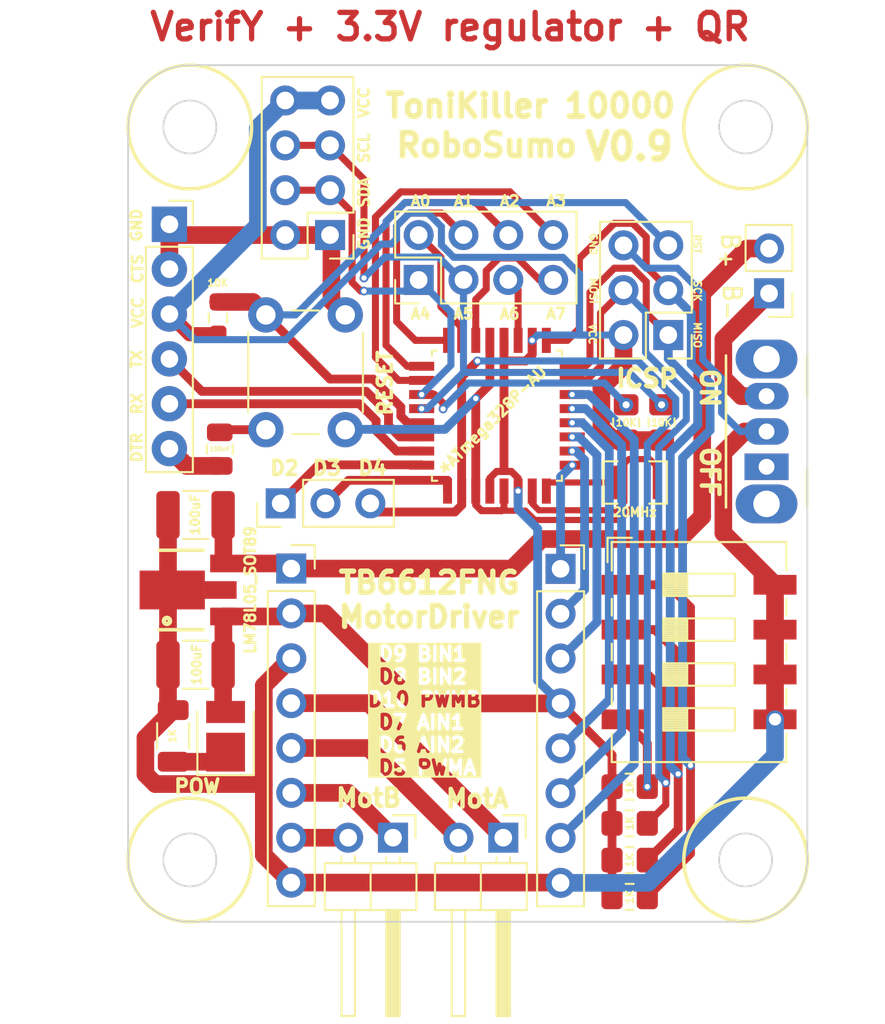
<source format=kicad_pcb>
(kicad_pcb (version 20221018) (generator pcbnew)
  (layers (0 "F.Cu" signal) (31 "B.Cu" signal) (34 "B.Paste" user) (35 "F.Paste" user) (36 "B.SilkS" user "B.Silkscreen") (37 "F.SilkS" user "F.Silkscreen") (38 "B.Mask" user) (39 "F.Mask" user) (44 "Edge.Cuts" user))
  (net 0 "")
  (net 1 "+BATT")
  (net 2 "RESET")
  (net 3 "Net-(J7-Pin_2)")
  (net 4 "Net-(J7-Pin_1)")
  (net 5 "Net-(J6-Pin_1)")
  (net 6 "Net-(J6-Pin_2)")
  (net 7 "Net-(D1-K)")
  (net 8 "D12{slash}MISO")
  (net 9 "Net-(U1-XTAL1{slash}PB6)")
  (net 10 "Net-(U1-XTAL2{slash}PB7)")
  (net 11 "D13{slash}SCK")
  (net 12 "A6")
  (net 13 "A7")
  (net 14 "D11{slash}MOSI")
  (net 15 "D3")
  (net 16 "TX")
  (net 17 "RX")
  (net 18 "A0")
  (net 19 "A1")
  (net 20 "A2")
  (net 21 "A3")
  (net 22 "+5V")
  (net 23 "D4")
  (net 24 "D5{slash}PWMA")
  (net 25 "D6{slash}AIN2")
  (net 26 "GND")
  (net 27 "Net-(J1-Pin_1)")
  (net 29 "D7{slash}AIN1")
  (net 30 "D8{slash}BIN1")
  (net 31 "D9{slash}BIN2")
  (net 32 "D10{slash}PWMB")
  (net 33 "A4{slash}SDA")
  (net 34 "A5{slash}SCL")
  (net 35 "D2")
  (net 36 "Net-(J5-Pin_6)")
  (footprint "Resistor_SMD:R_0805_2012Metric_Pad1.20x1.40mm_HandSolder" (layer "F.Cu") (at 137.32 118.68)
    (fp_text reference "R9" hide)
    (fp_text value "1K")
  )
  (footprint "Capacitor_SMD:C_0805_2012Metric" (layer "F.Cu") (at 114.085 97.49 90)
    (fp_text reference "C3" hide)
    (fp_text value "100nF")
  )
  (footprint "Connector_PinHeader_2.54mm:PinHeader_1x03_P2.54mm_Vertical" (layer "F.Cu") (at 117.54 100.56 90)
    (fp_text reference "J8" hide)
    (fp_text value "Conn_01x03_Pin")
  )
  (footprint "Resistor_SMD:R_0603_1608Metric_Pad0.98x0.95mm_HandSolder" (layer "F.Cu") (at 113.99 90.07 -90)
    (fp_text reference "R2" hide)
    (fp_text value "10K")
  )
  (footprint "Crystal:Resonator_SMD_Murata_CSTxExxV-3Pin_3.0x1.1mm" (layer "F.Cu") (at 137.63 99.38 180)
    (fp_text reference "Y1" hide)
    (fp_text value "20MHz")
  )
  (footprint "Resistor_SMD:R_0805_2012Metric_Pad1.20x1.40mm_HandSolder" (layer "F.Cu") (at 137.32 120.76)
    (fp_text reference "R8" hide)
    (fp_text value "1K")
  )
  (footprint "Resistor_SMD:R_1206_3216Metric" (layer "F.Cu") (at 111.44625 113.7275 -90)
    (fp_text reference "R1" hide)
    (fp_text value "1K")
  )
  (footprint "Button_Switch_SMD:SW_DIP_SPSTx04_Slide_9.78x12.34mm_W8.61mm_P2.54mm" (layer "F.Cu") (at 141.255 108.98)
    (fp_text reference "SW3" hide)
    (fp_text value "SW_DIP_x04")
  )
  (footprint "78L05:PK(R-PSSO-F3)" (layer "F.Cu") (at 110.64125 105.465 90)
    (fp_text reference "U2" hide)
    (fp_text value "LM78L05_SOT89")
  )
  (footprint "LED_SMD:LED_PLCC_2835" (layer "F.Cu") (at 114.41625 113.7475 90)
    (fp_text reference "D1" hide)
    (fp_text value "POW")
  )
  (footprint "Connector_PinHeader_2.54mm:PinHeader_2x04_P2.54mm_Vertical" (layer "F.Cu") (at 120.335 85.37 180)
    (fp_text reference "J9" hide)
    (fp_text value "I2C_Sensors" hide)
  )
  (footprint "Resistor_SMD:R_0805_2012Metric_Pad1.20x1.40mm_HandSolder" (layer "F.Cu") (at 137.32 116.6)
    (fp_text reference "R10" hide)
    (fp_text value "1K")
  )
  (footprint "Resistor_SMD:R_0805_2012Metric_Pad1.20x1.40mm_HandSolder" (layer "F.Cu") (at 137.32 122.84)
    (fp_text reference "R7" hide)
    (fp_text value "1K")
  )
  (footprint "Connector_PinHeader_2.54mm:PinHeader_2x03_P2.54mm_Vertical" (layer "F.Cu") (at 139.51 91.03 180)
    (fp_text reference "J2" hide)
    (fp_text value "ICSP")
  )
  (footprint "Resistor_SMD:R_0805_2012Metric_Pad1.20x1.40mm_HandSolder" (layer "F.Cu") (at 139.13 95.98 -90)
    (fp_text reference "R12" hide)
    (fp_text value "10K")
  )
  (footprint "Connector_PinHeader_2.54mm:PinHeader_2x04_P2.54mm_Vertical" (layer "F.Cu") (at 125.36 87.91 90)
    (fp_text reference "J4" hide)
    (fp_text value "Conn_02x04_Odd_Even" hide)
  )
  (footprint "Connector_PinSocket_2.54mm:PinSocket_1x08_P2.54mm_Vertical" (layer "F.Cu") (at 133.403586 104.2675)
    (fp_text reference "J21" hide)
    (fp_text value "Conn_01x03")
  )
  (footprint "Connector_PinSocket_2.54mm:PinSocket_1x06_P2.54mm_Vertical" (layer "F.Cu") (at 111.23 84.76)
    (fp_text reference "J5" hide)
    (fp_text value "Conn_01x06_MountingPin")
  )
  (footprint "Resistor_SMD:R_0805_2012Metric_Pad1.20x1.40mm_HandSolder" (layer "F.Cu") (at 137.12 95.98 -90)
    (fp_text reference "R11" hide)
    (fp_text value "10K")
  )
  (footprint "TQFP32_32A_MCH" (layer "F.Cu") (at 129.7972 95.5978 90)
    (fp_text reference "U1" hide)
    (fp_text value "ATmega328P-AU ")
  )
  (footprint "Connector_PinHeader_2.54mm:PinHeader_1x02_P2.54mm_Horizontal" (layer "F.Cu") (at 123.906186 119.490228 -90)
    (fp_text reference "J6" hide)
    (fp_text value "MotB")
  )
  (footprint "Connector_PinHeader_2.54mm:PinHeader_1x02_P2.54mm_Vertical" (layer "F.Cu") (at 145.22 88.67 180)
    (fp_text reference "J1" hide)
    (fp_text value "BAT" hide)
  )
  (footprint "Capacitor_SMD:C_1210_3225Metric_Pad1.33x2.70mm_HandSolder" (layer "F.Cu") (at 112.71375 101.215 180)
    (fp_text reference "C1" hide)
    (fp_text value "100uF")
  )
  (footprint "Connector_PinSocket_2.54mm:PinSocket_1x08_P2.54mm_Vertical" (layer "F.Cu") (at 118.138586 104.2525)
    (fp_text reference "J20" hide)
    (fp_text value "BAT")
  )
  (footprint "Capacitor_SMD:C_1210_3225Metric_Pad1.33x2.70mm_HandSolder" (layer "F.Cu") (at 112.71375 109.695 180)
    (fp_text reference "C2" hide)
    (fp_text value "100uF")
  )
  (footprint "Button_Switch_THT:SW_PUSH_6mm" (layer "F.Cu") (at 121.2 89.89 -90)
    (fp_text reference "SW2" hide)
    (fp_text value "RESET")
  )
  (footprint "Button_Switch_THT:SW_CuK_OS102011MA1QN1_SPDT_Angled" (layer "F.Cu") (at 145.08 98.49 90)
    (fp_text reference "SW1" hide)
    (fp_text value "SW_SPDT" hide)
  )
  (footprint "Connector_PinHeader_2.54mm:PinHeader_1x02_P2.54mm_Horizontal" (layer "F.Cu") (at 130.156186 119.490228 -90)
    (fp_text reference "J7" hide)
    (fp_text value "MotA")
  )
  (gr_circle (center 143.89 120.75) (end 143.89 124.25) (stroke (width 0.2)) (fill none) (layer "F.SilkS"))
  (gr_circle (center 143.89 79.25) (end 143.89 82.75) (stroke (width 0.2)) (fill none) (layer "F.SilkS"))
  (gr_circle (center 112.39 120.75) (end 112.39 124.25) (stroke (width 0.2)) (fill none) (layer "F.SilkS"))
  (gr_circle (center 112.39 79.25) (end 112.39 82.75) (stroke (width 0.2)) (fill none) (layer "F.SilkS"))
  (gr_circle (center 143.89 79.25) (end 143.89 80.75) (stroke (width 0.1)) (fill none) (layer "Edge.Cuts"))
  (gr_arc (start 143.89 75.75) (mid 146.364874 76.775126) (end 147.39 79.25) (stroke (width 0.1)) (layer "Edge.Cuts"))
  (gr_line (start 108.89 79.25) (end 108.89 120.75) (stroke (width 0.1)) (layer "Edge.Cuts"))
  (gr_circle (center 143.89 120.75) (end 143.89 122.25) (stroke (width 0.1)) (fill none) (layer "Edge.Cuts"))
  (gr_arc (start 147.39 120.75) (mid 146.364874 123.224874) (end 143.89 124.25) (stroke (width 0.1)) (layer "Edge.Cuts"))
  (gr_arc (start 112.39 124.25) (mid 109.915126 123.224874) (end 108.89 120.75) (stroke (width 0.1)) (layer "Edge.Cuts"))
  (gr_line (start 147.39 120.75) (end 147.39 79.25) (stroke (width 0.1)) (layer "Edge.Cuts"))
  (gr_line (start 143.89 75.75) (end 112.39 75.75) (stroke (width 0.1)) (layer "Edge.Cuts"))
  (gr_circle (center 112.39 120.75) (end 112.39 122.25) (stroke (width 0.1)) (fill none) (layer "Edge.Cuts"))
  (gr_arc (start 108.89 79.25) (mid 109.915126 76.775126) (end 112.39 75.75) (stroke (width 0.1)) (layer "Edge.Cuts"))
  (gr_circle (center 112.39 79.25) (end 112.39 80.75) (stroke (width 0.1)) (fill none) (layer "Edge.Cuts"))
  (gr_line (start 112.39 124.25) (end 143.89 124.25) (stroke (width 0.1)) (layer "Edge.Cuts"))
  (gr_text "VerifY + 3.3V regulator + QR " (at 109.98 74.46) (layer "F.Cu") (effects (font (size 1.5 1.5) (thickness 0.3) bold) (justify left bottom)))
  (gr_text "A6" (at 129.88 89.83) (layer "F.SilkS") (effects (font (size 0.6 0.6)) (justify left)))
  (gr_text "A1" (at 127.27 83.45) (layer "F.SilkS") (effects (font (size 0.6 0.6)) (justify left)))
  (gr_text "MISO\n" (at 141.16 91.03 -90) (layer "F.SilkS") (effects (font (size 0.4 0.4) (thickness 0.1))))
  (gr_text "A0" (at 124.83 83.45) (layer "F.SilkS") (effects (font (size 0.6 0.6)) (justify left)))
  (gr_text " D9 BIN1\n D8 BIN2\nD10 PWMB\n D7 AIN1\n D6 AIN2\n D5 PWMA" (at 122.37 112.31) (layer "F.SilkS" knockout) (effects (font (size 0.8 0.8) (thickness 0.2)) (justify left)))
  (gr_text "TX" (at 109.37 92.4 90) (layer "F.SilkS") (effects (font (size 0.6 0.6) (thickness 0.15) bold)))
  (gr_text "SDA" (at 122.26 83.9 90) (layer "F.SilkS") (effects (font (size 0.6 0.6)) (justify left)))
  (gr_text "B_{+}" (at 143.03 86.23 -90) (layer "F.SilkS") (effects (font (size 1 1))))
  (gr_text "A7" (at 132.51 89.82) (layer "F.SilkS") (effects (font (size 0.6 0.6)) (justify left)))
  (gr_text "VCC" (at 109.44 89.76 90) (layer "F.SilkS") (effects (font (size 0.6 0.6) (thickness 0.15) bold)))
  (gr_text "SCL" (at 122.26 81.38 90) (layer "F.SilkS") (effects (font (size 0.6 0.6)) (justify left)))
  (gr_text "TB6612FNG \nMotorDriver" (at 120.68 107.69) (layer "F.SilkS") (effects (font (size 1.2 1.2) (thickness 0.3) bold) (justify left bottom)))
  (gr_text "D2" (at 116.84 98.56) (layer "F.SilkS") (effects (font (size 0.8 0.8) (thickness 0.2)) (justify left)))
  (gr_text "V0.9\n" (at 137.3 80.36) (layer "F.SilkS") (effects (font (size 1.5 1.5) (thickness 0.375) bold)))
  (gr_text "B_{-}" (at 143.12 89.15 -90) (layer "F.SilkS") (effects (font (size 1 1))))
  (gr_text "A4" (at 124.83 89.83) (layer "F.SilkS") (effects (font (size 0.6 0.6)) (justify left)))
  (gr_text "MOSI\n" (at 135.26 88.53 -90) (layer "F.SilkS") (effects (font (size 0.4 0.4) (thickness 0.1))))
  (gr_text "RST" (at 141.16 85.88 -90) (layer "F.SilkS") (effects (font (size 0.4 0.4) (thickness 0.1))))
  (gr_text "CTS" (at 109.43 87.28 90) (layer "F.SilkS") (effects (font (size 0.6 0.6) (thickness 0.15) bold)))
  (gr_text "GND" (at 135.26 85.88 -90) (layer "F.SilkS") (effects (font (size 0.4 0.4) (thickness 0.1))))
  (gr_text "D4\n" (at 121.835 98.56) (layer "F.SilkS") (effects (font (size 0.8 0.8) (thickness 0.2)) (justify left)))
  (gr_text "DTR" (at 109.39 97.39 90) (layer "F.SilkS") (effects (font (size 0.6 0.6) (thickness 0.15) bold)))
  (gr_text "A2" (at 129.88 83.45) (layer "F.SilkS") (effects (font (size 0.6 0.6)) (justify left)))
  (gr_text "A3" (at 132.51 83.44) (layer "F.SilkS") (effects (font (size 0.6 0.6)) (justify left)))
  (gr_text "SCK" (at 141.16 88.53 -90) (layer "F.SilkS") (effects (font (size 0.4 0.4) (thickness 0.1))))
  (gr_text "RX" (at 109.4 94.92 90) (layer "F.SilkS") (effects (font (size 0.6 0.6) (thickness 0.15) bold)))
  (gr_text "VCC" (at 122.26 78.82 90) (layer "F.SilkS") (effects (font (size 0.6 0.6)) (justify left)))
  (gr_text "GND" (at 109.36 84.81 90) (layer "F.SilkS") (effects (font (size 0.6 0.6) (thickness 0.15) bold)))
  (gr_text "OFF\n" (at 141.86 98.79 -90) (layer "F.SilkS") (effects (font (size 1 1) (thickness 0.25))))
  (gr_text "ToniKiller 10000\n" (at 131.68 78.05) (layer "F.SilkS") (effects (font (size 1.3 1.3) (thickness 0.325) bold)))
  (gr_text "RoboSumo" (at 129.22 80.29) (layer "F.SilkS") (effects (font (size 1.3 1.3) (thickness 0.325) bold)))
  (gr_text "VCC" (at 135.21 90.98 -90) (layer "F.SilkS") (effects (font (size 0.4 0.4) (thickness 0.1))))
  (gr_text "A5" (at 127.27 89.83) (layer "F.SilkS") (effects (font (size 0.6 0.6)) (justify left)))
  (gr_text "D3\n" (at 119.25 98.56) (layer "F.SilkS") (effects (font (size 0.8 0.8) (thickness 0.2)) (justify left)))
  (gr_text "ON" (at 141.86 94.03 -90) (layer "F.SilkS") (effects (font (size 1 1) (thickness 0.25))))
  (gr_text "GND" (at 122.26 86.3 90) (layer "F.SilkS") (effects (font (size 0.6 0.6)) (justify left)))
  (gr_text "POW" (at 112.81 116.6) (layer "F.SilkS") (effects (font (size 0.8 0.8) (thickness 0.2))))
  (segment (start 114.29125 103.965) (end 117.851086 103.965) (width 1) (layer "F.Cu") (net 1))
  (segment (start 140.16 102.58) (end 141.431246 101.308754) (width 1) (layer "F.Cu") (net 1))
  (segment (start 117.851086 103.965) (end 118.138586 104.2525) (width 1) (layer "F.Cu") (net 1))
  (segment (start 143.97 86.13) (end 145.22 86.13) (width 1) (layer "F.Cu") (net 1))
  (segment (start 132.33 102.58) (end 140.16 102.58) (width 1) (layer "F.Cu") (net 1))
  (segment (start 141.431246 101.308754) (end 141.431246 88.668754) (width 1) (layer "F.Cu") (net 1))
  (segment (start 118.146086 104.26) (end 118.138586 104.2525) (width 1) (layer "F.Cu") (net 1))
  (segment (start 130.6575 104.2525) (end 132.33 102.58) (width 1) (layer "F.Cu") (net 1))
  (segment (start 118.138586 104.2525) (end 130.6575 104.2525) (width 1) (layer "F.Cu") (net 1))
  (segment (start 114.29125 103.965) (end 114.29125 101.23) (width 1) (layer "F.Cu") (net 1))
  (segment (start 141.431246 88.668754) (end 143.97 86.13) (width 1) (layer "F.Cu") (net 1))
  (segment (start 113.99 89.1575) (end 115.9675 89.1575) (width 1) (layer "F.Cu") (net 2))
  (segment (start 124.728402 95.997799) (end 124.35 95.619397) (width 0.5) (layer "F.Cu") (net 2))
  (segment (start 124.35 95.1) (end 122.77 93.52) (width 0.5) (layer "F.Cu") (net 2))
  (segment (start 114.235 96.39) (end 114.085 96.54) (width 0.5) (layer "F.Cu") (net 2))
  (segment (start 124.35 95.619397) (end 124.35 95.1) (width 0.5) (layer "F.Cu") (net 2))
  (segment (start 122.77 93.52) (end 120.33 93.52) (width 0.5) (layer "F.Cu") (net 2))
  (segment (start 116.7 96.39) (end 114.235 96.39) (width 0.5) (layer "F.Cu") (net 2))
  (segment (start 120.33 93.52) (end 116.7 89.89) (width 0.5) (layer "F.Cu") (net 2))
  (segment (start 115.9675 89.1575) (end 116.7 89.89) (width 1) (layer "F.Cu") (net 2))
  (segment (start 125.53 95.997799) (end 124.728402 95.997799) (width 0.5) (layer "F.Cu") (net 2))
  (segment (start 119.2 89.071472) (end 119.2 89.061572) (width 0.4) (layer "B.Cu") (net 2))
  (segment (start 118.381472 89.89) (end 119.2 89.071472) (width 0.4) (layer "B.Cu") (net 2))
  (segment (start 123.51 84.751572) (end 123.51 84.605352) (width 0.4) (layer "B.Cu") (net 2))
  (segment (start 119.2 89.061572) (end 123.51 84.751572) (width 0.4) (layer "B.Cu") (net 2))
  (segment (start 126.129304 83.524656) (end 126.134648 83.53) (width 0.4) (layer "B.Cu") (net 2))
  (segment (start 124.590696 83.524656) (end 126.129304 83.524656) (width 0.4) (layer "B.Cu") (net 2))
  (segment (start 123.51 84.605352) (end 124.590696 83.524656) (width 0.4) (layer "B.Cu") (net 2))
  (segment (start 126.134648 83.53) (end 137.09 83.53) (width 0.4) (layer "B.Cu") (net 2))
  (segment (start 137.09 83.53) (end 139.51 85.95) (width 0.4) (layer "B.Cu") (net 2))
  (segment (start 116.7 89.89) (end 118.381472 89.89) (width 0.4) (layer "B.Cu") (net 2))
  (segment (start 118.138586 114.4125) (end 122.538458 114.4125) (width 1) (layer "F.Cu") (net 3))
  (segment (start 122.538458 114.4125) (end 127.616186 119.490228) (width 1) (layer "F.Cu") (net 3))
  (segment (start 122.538458 111.8725) (end 130.156186 119.490228) (width 1) (layer "F.Cu") (net 4))
  (segment (start 118.138586 111.8725) (end 122.538458 111.8725) (width 1) (layer "F.Cu") (net 4))
  (segment (start 118.138586 116.9525) (end 121.368458 116.9525) (width 1) (layer "F.Cu") (net 5))
  (segment (start 121.368458 116.9525) (end 123.906186 119.490228) (width 1) (layer "F.Cu") (net 5))
  (segment (start 121.363914 119.4925) (end 121.366186 119.490228) (width 1) (layer "F.Cu") (net 6))
  (segment (start 118.138586 119.4925) (end 121.363914 119.4925) (width 1) (layer "F.Cu") (net 6))
  (segment (start 113.87375 115.19) (end 114.41625 114.6475) (width 1) (layer "F.Cu") (net 7))
  (segment (start 111.44625 115.19) (end 113.87375 115.19) (width 1) (layer "F.Cu") (net 7))
  (segment (start 136.449224 87.244656) (end 137.490776 87.244656) (width 0.4) (layer "F.Cu") (net 8))
  (segment (start 135.07 88.62388) (end 136.449224 87.244656) (width 0.4) (layer "F.Cu") (net 8))
  (segment (start 138.26 89.78) (end 139.51 91.03) (width 0.4) (layer "F.Cu") (net 8))
  (segment (start 137.490776 87.244656) (end 138.26 88.01388) (width 0.4) (layer "F.Cu") (net 8))
  (segment (start 134.0644 92.797801) (end 134.817468 92.797801) (width 0.4) (layer "F.Cu") (net 8))
  (segment (start 140.07 119.01) (end 138.32 120.76) (width 0.5) (layer "F.Cu") (net 8))
  (segment (start 138.26 88.01388) (end 138.26 89.78) (width 0.4) (layer "F.Cu") (net 8))
  (segment (start 140.07 109.04) (end 138.74 107.71) (width 0.5) (layer "F.Cu") (net 8))
  (segment (start 134.817468 92.797801) (end 135.07 92.545269) (width 0.4) (layer "F.Cu") (net 8))
  (segment (start 140.07 115.88) (end 140.07 119.01) (width 0.5) (layer "F.Cu") (net 8))
  (segment (start 140.07 115.88) (end 140.07 109.04) (width 0.5) (layer "F.Cu") (net 8))
  (segment (start 135.07 92.545269) (end 135.07 88.62388) (width 0.4) (layer "F.Cu") (net 8))
  (segment (start 138.74 107.71) (end 136.95 107.71) (width 0.5) (layer "F.Cu") (net 8))
  (via (at 140.07 115.88) (size 0.5) (drill 0.3) (layers "F.Cu" "B.Cu") (net 8))
  (segment (start 139.51 92.376448) (end 139.51 91.03) (width 0.5) (layer "B.Cu") (net 8))
  (segment (start 141.18 94.046448) (end 139.51 92.376448) (width 0.5) (layer "B.Cu") (net 8))
  (segment (start 139.62 115.43) (end 139.62 97.667766) (width 0.5) (layer "B.Cu") (net 8))
  (segment (start 141.18 96.107767) (end 141.18 94.046448) (width 0.5) (layer "B.Cu") (net 8))
  (segment (start 140.07 115.88) (end 139.62 115.43) (width 0.5) (layer "B.Cu") (net 8))
  (segment (start 139.62 97.667766) (end 141.18 96.107767) (width 0.5) (layer "B.Cu") (net 8))
  (segment (start 138.455 98.055) (end 138.83 98.43) (width 0.35) (layer "F.Cu") (net 9))
  (segment (start 132.172199 100.9512) (end 136.45 100.9512) (width 0.35) (layer "F.Cu") (net 9))
  (segment (start 131.797199 100.5762) (end 132.172199 100.9512) (width 0.35) (layer "F.Cu") (net 9))
  (segment (start 137.27467 98.055) (end 138.455 98.055) (width 0.35) (layer "F.Cu") (net 9))
  (segment (start 131.797199 99.865) (end 131.797199 100.5762) (width 0.35) (layer "F.Cu") (net 9))
  (segment (start 137.02 100.47033) (end 137.02 98.30967) (width 0.35) (layer "F.Cu") (net 9))
  (segment (start 138.83 98.43) (end 138.83 99.38) (width 0.35) (layer "F.Cu") (net 9))
  (segment (start 137.02 98.30967) (end 137.27467 98.055) (width 0.35) (layer "F.Cu") (net 9))
  (segment (start 136.45 100.9512) (end 136.53913 100.9512) (width 0.35) (layer "F.Cu") (net 9))
  (segment (start 136.53913 100.9512) (end 137.02 100.47033) (width 0.35) (layer "F.Cu") (net 9))
  (segment (start 132.597199 99.442801) (end 132.66 99.38) (width 0.35) (layer "F.Cu") (net 10))
  (segment (start 132.597199 99.865) (end 132.597199 99.442801) (width 0.35) (layer "F.Cu") (net 10))
  (segment (start 132.66 99.38) (end 136.43 99.38) (width 0.35) (layer "F.Cu") (net 10))
  (segment (start 139.51 88.415352) (end 139.51 88.49) (width 0.4) (layer "F.Cu") (net 11))
  (segment (start 138.26 87.165352) (end 139.51 88.415352) (width 0.4) (layer "F.Cu") (net 11))
  (segment (start 138.26 85.47388) (end 138.26 87.165352) (width 0.4) (layer "F.Cu") (net 11))
  (segment (start 134.47 90.65) (end 134.47 86.68388) (width 0.4) (layer "F.Cu") (net 11))
  (segment (start 134.47 86.68388) (end 136.449224 84.704656) (width 0.4) (layer "F.Cu") (net 11))
  (segment (start 139.49 105.17) (end 136.95 105.17) (width 0.5) (layer "F.Cu") (net 11))
  (segment (start 140.77 115.4) (end 140.77 106.45) (width 0.5) (layer "F.Cu") (net 11))
  (segment (start 137.490776 84.704656) (end 138.26 85.47388) (width 0.4) (layer "F.Cu") (net 11))
  (segment (start 140.77 115.4) (end 140.77 120.39) (width 0.5) (layer "F.Cu") (net 11))
  (segment (start 133.7894 91.3306) (end 134.47 90.65) (width 0.4) (layer "F.Cu") (net 11))
  (segment (start 132.597199 91.3306) (end 133.7894 91.3306) (width 0.4) (layer "F.Cu") (net 11))
  (segment (start 140.77 106.45) (end 139.49 105.17) (width 0.5) (layer "F.Cu") (net 11))
  (segment (start 136.449224 84.704656) (end 137.490776 84.704656) (width 0.4) (layer "F.Cu") (net 11))
  (segment (start 140.77 120.39) (end 138.32 122.84) (width 0.5) (layer "F.Cu") (net 11))
  (via (at 140.77 115.4) (size 0.5) (drill 0.3) (layers "F.Cu" "B.Cu") (net 11))
  (segment (start 140.81 89.79) (end 139.51 88.49) (width 0.5) (layer "B.Cu") (net 11))
  (segment (start 140.32 114.95) (end 140.32 97.98) (width 0.5) (layer "B.Cu") (net 11))
  (segment (start 141.88 96.42) (end 141.88 93.756498) (width 0.5) (layer "B.Cu") (net 11))
  (segment (start 140.77 115.4) (end 140.32 114.95) (width 0.5) (layer "B.Cu") (net 11))
  (segment (start 140.32 97.98) (end 141.88 96.42) (width 0.5) (layer "B.Cu") (net 11))
  (segment (start 141.88 93.756498) (end 140.81 92.686498) (width 0.5) (layer "B.Cu") (net 11))
  (segment (start 140.81 92.686498) (end 140.81 89.79) (width 0.5) (layer "B.Cu") (net 11))
  (segment (start 130.9972 88.4672) (end 130.44 87.91) (width 0.4) (layer "F.Cu") (net 12))
  (segment (start 130.9972 91.3306) (end 130.9972 88.4672) (width 0.4) (layer "F.Cu") (net 12))
  (segment (start 132.20612 87.91) (end 132.98 87.91) (width 0.4) (layer "F.Cu") (net 13))
  (segment (start 128.5972 89.01892) (end 129.19 88.42612) (width 0.4) (layer "F.Cu") (net 13))
  (segment (start 129.919224 86.664656) (end 130.960776 86.664656) (width 0.4) (layer "F.Cu") (net 13))
  (segment (start 129.19 87.39388) (end 129.919224 86.664656) (width 0.4) (layer "F.Cu") (net 13))
  (segment (start 128.5972 91.3306) (end 128.5972 89.01892) (width 0.4) (layer "F.Cu") (net 13))
  (segment (start 130.960776 86.664656) (end 132.20612 87.91) (width 0.4) (layer "F.Cu") (net 13))
  (segment (start 129.19 88.42612) (end 129.19 87.39388) (width 0.4) (layer "F.Cu") (net 13))
  (segment (start 139.37 111.27) (end 138.35 110.25) (width 0.5) (layer "F.Cu") (net 14))
  (segment (start 139.37 116.38) (end 139.37 117.63) (width 0.4) (layer "F.Cu") (net 14))
  (segment (start 134.0644 93.597801) (end 134.865996 93.597801) (width 0.4) (layer "F.Cu") (net 14))
  (segment (start 135.67 89.79) (end 136.97 88.49) (width 0.4) (layer "F.Cu") (net 14))
  (segment (start 138.35 110.25) (end 136.95 110.25) (width 0.5) (layer "F.Cu") (net 14))
  (segment (start 139.37 116.38) (end 139.37 111.27) (width 0.5) (layer "F.Cu") (net 14))
  (segment (start 139.37 117.63) (end 138.32 118.68) (width 0.4) (layer "F.Cu") (net 14))
  (segment (start 135.67 92.793797) (end 135.67 89.79) (width 0.4) (layer "F.Cu") (net 14))
  (segment (start 134.865996 93.597801) (end 135.67 92.793797) (width 0.4) (layer "F.Cu") (net 14))
  (via (at 139.37 116.38) (size 0.5) (drill 0.3) (layers "F.Cu" "B.Cu") (net 14))
  (segment (start 138.22 89.74) (end 136.97 88.49) (width 0.4) (layer "B.Cu") (net 14))
  (segment (start 138.97 115.98) (end 138.97 97.398528) (width 0.4) (layer "B.Cu") (net 14))
  (segment (start 139.37 116.38) (end 138.97 115.98) (width 0.4) (layer "B.Cu") (net 14))
  (segment (start 140.53 95.838528) (end 140.53 94.315686) (width 0.4) (layer "B.Cu") (net 14))
  (segment (start 138.97 97.398528) (end 140.53 95.838528) (width 0.4) (layer "B.Cu") (net 14))
  (segment (start 140.53 94.315686) (end 138.22 92.005686) (width 0.4) (layer "B.Cu") (net 14))
  (segment (start 138.22 92.005686) (end 138.22 89.74) (width 0.4) (layer "B.Cu") (net 14))
  (segment (start 126.997201 99.865) (end 126.997201 99.254656) (width 0.5) (layer "F.Cu") (net 15))
  (segment (start 121.385344 99.254656) (end 120.08 100.56) (width 0.5) (layer "F.Cu") (net 15))
  (segment (start 126.997201 99.254656) (end 121.385344 99.254656) (width 0.5) (layer "F.Cu") (net 15))
  (segment (start 123.8611 96.3689) (end 123.66 96.1678) (width 0.5) (layer "F.Cu") (net 16))
  (segment (start 113.07 94.22) (end 111.23 92.38) (width 0.5) (layer "F.Cu") (net 16))
  (segment (start 123.65 95.48) (end 122.39 94.22) (width 0.5) (layer "F.Cu") (net 16))
  (segment (start 122.39 94.22) (end 113.07 94.22) (width 0.5) (layer "F.Cu") (net 16))
  (segment (start 124.29 96.7978) (end 123.8611 96.3689) (width 0.5) (layer "F.Cu") (net 16))
  (segment (start 123.65 96.1578) (end 123.65 95.48) (width 0.5) (layer "F.Cu") (net 16))
  (segment (start 125.53 96.7978) (end 124.29 96.7978) (width 0.5) (layer "F.Cu") (net 16))
  (segment (start 123.8611 96.3689) (end 123.65 96.1578) (width 0.5) (layer "F.Cu") (net 16))
  (segment (start 122 94.92) (end 111.23 94.92) (width 0.5) (layer "F.Cu") (net 17))
  (segment (start 125.53 97.597799) (end 124.100049 97.597799) (width 0.5) (layer "F.Cu") (net 17))
  (segment (start 122.95 95.87) (end 122 94.92) (width 0.5) (layer "F.Cu") (net 17))
  (segment (start 122.95 96.44775) (end 122.95 95.87) (width 0.5) (layer "F.Cu") (net 17))
  (segment (start 124.100049 97.597799) (end 122.95 96.44775) (width 0.5) (layer "F.Cu") (net 17))
  (segment (start 126.62 86.63) (end 125.36 85.37) (width 0.4) (layer "F.Cu") (net 18))
  (segment (start 127.797201 91.3306) (end 127.797201 90.599714) (width 0.4) (layer "F.Cu") (net 18))
  (segment (start 126.62 89.422513) (end 126.62 86.63) (width 0.4) (layer "F.Cu") (net 18))
  (segment (start 127.797201 90.599714) (end 126.62 89.422513) (width 0.4) (layer "F.Cu") (net 18))
  (segment (start 126.997201 91.3306) (end 125.1706 91.3306) (width 0.4) (layer "F.Cu") (net 19))
  (segment (start 124.11 84.85388) (end 124.839224 84.124656) (width 0.4) (layer "F.Cu") (net 19))
  (segment (start 125.1706 91.3306) (end 124.11 90.27) (width 0.4) (layer "F.Cu") (net 19))
  (segment (start 124.839224 84.124656) (end 126.654656 84.124656) (width 0.4) (layer "F.Cu") (net 19))
  (segment (start 126.654656 84.124656) (end 127.9 85.37) (width 0.4) (layer "F.Cu") (net 19))
  (segment (start 124.11 90.27) (end 124.11 84.85388) (width 0.4) (layer "F.Cu") (net 19))
  (segment (start 128.594656 83.524656) (end 130.44 85.37) (width 0.4) (layer "F.Cu") (net 20))
  (segment (start 123.51 91.6) (end 123.51 84.605352) (width 0.4) (layer "F.Cu") (net 20))
  (segment (start 124.590696 83.524656) (end 128.594656 83.524656) (width 0.4) (layer "F.Cu") (net 20))
  (segment (start 123.51 84.605352) (end 124.590696 83.524656) (width 0.4) (layer "F.Cu") (net 20))
  (segment (start 125.53 92.797801) (end 124.707801 92.797801) (width 0.4) (layer "F.Cu") (net 20))
  (segment (start 124.707801 92.797801) (end 123.51 91.6) (width 0.4) (layer "F.Cu") (net 20))
  (segment (start 122.91 84.356824) (end 124.342168 82.924656) (width 0.4) (layer "F.Cu") (net 21))
  (segment (start 122.91 92.28) (end 122.91 84.356824) (width 0.4) (layer "F.Cu") (net 21))
  (segment (start 130.534656 82.924656) (end 132.98 85.37) (width 0.4) (layer "F.Cu") (net 21))
  (segment (start 124.342168 82.924656) (end 130.534656 82.924656) (width 0.4) (layer "F.Cu") (net 21))
  (segment (start 124.227799 93.597799) (end 122.91 92.28) (width 0.4) (layer "F.Cu") (net 21))
  (segment (start 125.53 93.597799) (end 124.227799 93.597799) (width 0.4) (layer "F.Cu") (net 21))
  (segment (start 136.32 120.76) (end 136.32 118.68) (width 0.5) (layer "F.Cu") (net 22))
  (segment (start 135.72 96.28) (end 136.42 96.98) (width 1) (layer "F.Cu") (net 22))
  (segment (start 133.403586 111.8875) (end 136.32 114.803914) (width 0.5) (layer "F.Cu") (net 22))
  (segment (start 111.24 89.83) (end 111.23 89.84) (width 1) (layer "F.Cu") (net 22))
  (segment (start 114.29125 106.965) (end 117.966086 106.965) (width 1) (layer "F.Cu") (net 22))
  (segment (start 136.32 114.803914) (end 136.32 116.6) (width 0.5) (layer "F.Cu") (net 22))
  (segment (start 120.06125 106.7925) (end 118.138586 106.7925) (width 1) (layer "F.Cu") (net 22))
  (segment (start 111.24 89.85) (end 111.24 89.83) (width 0.8) (layer "F.Cu") (net 22))
  (segment (start 130.197199 92.515001) (end 130.197199 98.686599) (width 0.5) (layer "F.Cu") (net 22))
  (segment (start 129.777513 98.7538) (end 129.397201 99.134112) (width 0.4) (layer "F.Cu") (net 22))
  (segment (start 125.15625 111.8875) (end 120.06125 106.7925) (width 1) (layer "F.Cu") (net 22))
  (segment (start 135.72 94.02) (end 135.72 96.28) (width 1) (layer "F.Cu") (net 22))
  (segment (start 130.616885 98.7538) (end 129.777513 98.7538) (width 0.4) (layer "F.Cu") (net 22))
  (segment (start 136.32 118.68) (end 136.32 116.6) (width 0.5) (layer "F.Cu") (net 22))
  (segment (start 136.97 92.77) (end 135.72 94.02) (width 1) (layer "F.Cu") (net 22))
  (segment (start 130.2144 98.7038) (end 130.2644 98.7038) (width 0.5) (layer "F.Cu") (net 22))
  (segment (start 117.966086 106.965) (end 118.138586 106.7925) (width 1) (layer "F.Cu") (net 22))
  (segment (start 114.27625 112.2325) (end 114.41625 112.3725) (width 1) (layer "F.Cu") (net 22))
  (segment (start 112.3725 90.9825) (end 111.24 89.85) (width 0.8) (layer "F.Cu") (net 22))
  (segment (start 133.403586 111.8875) (end 125.15625 111.8875) (width 1) (layer "F.Cu") (net 22))
  (segment (start 136.97 91.03) (end 136.97 92.77) (width 1) (layer "F.Cu") (net 22))
  (segment (start 114.29125 106.965) (end 114.29125 109.68) (width 1) (layer "F.Cu") (net 22))
  (segment (start 113.99 90.9825) (end 112.3725 90.9825) (width 0.8) (layer "F.Cu") (net 22))
  (segment (start 114.27625 109.695) (end 114.27625 112.2325) (width 1) (layer "F.Cu") (net 22))
  (segment (start 137.12 96.98) (end 139.13 96.98) (width 1) (layer "F.Cu") (net 22))
  (segment (start 129.397201 99.134112) (end 129.397201 99.865) (width 0.4) (layer "F.Cu") (net 22))
  (segment (start 130.197199 98.686599) (end 130.2144 98.7038) (width 0.5) (layer "F.Cu") (net 22))
  (segment (start 136.42 96.98) (end 137.12 96.98) (width 1) (layer "F.Cu") (net 22))
  (segment (start 131.797201 91.3306) (end 131.797201 92.132195) (width 0.5) (layer "F.Cu") (net 22))
  (segment (start 130.9972 99.134115) (end 130.616885 98.7538) (width 0.4) (layer "F.Cu") (net 22))
  (segment (start 136.32 122.84) (end 136.32 120.76) (width 0.5) (layer "F.Cu") (net 22))
  (segment (start 131.797201 92.132195) (end 131.431596 92.4978) (width 0.5) (layer "F.Cu") (net 22))
  (segment (start 130.9972 99.865) (end 130.9972 99.134115) (width 0.4) (layer "F.Cu") (net 22))
  (segment (start 130.2144 92.4978) (end 130.197199 92.515001) (width 0.5) (layer "F.Cu") (net 22))
  (segment (start 130.197199 92.515001) (end 130.197199 91.3306) (width 0.5) (layer "F.Cu") (net 22))
  (segment (start 131.431596 92.4978) (end 130.2144 92.4978) (width 0.5) (layer "F.Cu") (net 22))
  (via (at 130.9972 99.865) (size 0.5) (drill 0.3) (layers "F.Cu" "B.Cu") (net 22))
  (via (at 131.797201 91.3306) (size 0.5) (drill 0.3) (layers "F.Cu" "B.Cu") (net 22))
  (segment (start 123.2301 85.88) (end 123.81 85.88) (width 0.4) (layer "B.Cu") (net 22))
  (segment (start 111.23 89.84) (end 116.245 84.825) (width 1) (layer "B.Cu") (net 22))
  (segment (start 116.245 84.825) (end 116.245 79.3) (width 1) (layer "B.Cu") (net 22))
  (segment (start 130.9972 100.8872) (end 130.9972 99.865) (width 0.5) (layer "B.Cu") (net 22))
  (segment (start 112.68 91.29) (end 117.83 91.29) (width 0.4) (layer "B.Cu") (net 22))
  (segment (start 111.23 89.84) (end 112.68 91.29) (width 0.4) (layer "B.Cu") (net 22))
  (segment (start 125.880776 84.124656) (end 126.65 84.89388) (width 0.4) (layer "B.Cu") (net 22))
  (segment (start 117.795 77.75) (end 120.335 77.75) (width 1) (layer "B.Cu") (net 22))
  (segment (start 127.35 86.63) (end 133.54 86.63) (width 0.4) (layer "B.Cu") (net 22))
  (segment (start 119.8 89.3101) (end 123.2301 85.88) (width 0.4) (layer "B.Cu") (net 22))
  (segment (start 124.11 85.58) (end 124.11 84.85388) (width 0.4) (layer "B.Cu") (net 22))
  (segment (start 133.54 86.63) (end 134.48 87.57) (width 0.4) (layer "B.Cu") (net 22))
  (segment (start 132.103586 110.5875) (end 132.103586 104.24) (width 0.5) (layer "B.Cu") (net 22))
  (segment (start 134.48 87.57) (end 134.48 91.03) (width 0.4) (layer "B.Cu") (net 22))
  (segment (start 126.65 85.93) (end 127.35 86.63) (width 0.4) (layer "B.Cu") (net 22))
  (segment (start 135.59 91.03) (end 136.97 91.03) (width 0.4) (layer "B.Cu") (net 22))
  (segment (start 123.81 85.88) (end 124.11 85.58) (width 0.4) (layer "B.Cu") (net 22))
  (segment (start 126.65 84.89388) (end 126.65 85.93) (width 0.4) (layer "B.Cu") (net 22))
  (segment (start 124.11 84.85388) (end 124.839224 84.124656) (width 0.4) (layer "B.Cu") (net 22))
  (segment (start 116.245 79.3) (end 117.795 77.75) (width 1) (layer "B.Cu") (net 22))
  (segment (start 133.403586 111.8875) (end 132.103586 110.5875) (width 0.5) (layer "B.Cu") (net 22))
  (segment (start 132.097801 91.03) (end 135.59 91.03) (width 0.4) (layer "B.Cu") (net 22))
  (segment (start 131.797201 91.3306) (end 132.097801 91.03) (width 0.4) (layer "B.Cu") (net 22))
  (segment (start 124.839224 84.124656) (end 125.880776 84.124656) (width 0.4) (layer "B.Cu") (net 22))
  (segment (start 117.83 91.29) (end 119.8 89.32) (width 0.4) (layer "B.Cu") (net 22))
  (segment (start 132.103586 104.24) (end 132.103586 101.993586) (width 0.5) (layer "B.Cu") (net 22))
  (segment (start 119.8 89.32) (end 119.8 89.3101) (width 0.4) (layer "B.Cu") (net 22))
  (segment (start 134.48 91.03) (end 135.59 91.03) (width 0.4) (layer "B.Cu") (net 22))
  (segment (start 132.103586 101.993586) (end 130.9972 100.8872) (width 0.5) (layer "B.Cu") (net 22))
  (segment (start 138.32 116.6) (end 138.32 114.16) (width 0.5) (layer "F.Cu") (net 23))
  (segment (start 123.11 101.05) (end 122.62 100.56) (width 0.5) (layer "F.Cu") (net 23))
  (segment (start 127.797199 99.865) (end 127.797199 93.398802) (width 0.5) (layer "F.Cu") (net 23))
  (segment (start 127.797199 100.666598) (end 127.413797 101.05) (width 0.5) (layer "F.Cu") (net 23))
  (segment (start 127.797199 99.865) (end 127.797199 100.666598) (width 0.5) (layer "F.Cu") (net 23))
  (segment (start 127.797199 93.398802) (end 128.697701 92.4983) (width 0.5) (layer "F.Cu") (net 23))
  (segment (start 138.32 114.16) (end 136.95 112.79) (width 0.5) (layer "F.Cu") (net 23))
  (segment (start 127.413797 101.05) (end 123.11 101.05) (width 0.5) (layer "F.Cu") (net 23))
  (via (at 138.32 116.6) (size 0.5) (drill 0.3) (layers "F.Cu" "B.Cu") (net 23))
  (via (at 128.697701 92.4983) (size 0.5) (drill 0.3) (layers "F.Cu" "B.Cu") (net 23))
  (segment (start 139.93 94.65) (end 139.33 94.05) (width 0.4) (layer "B.Cu") (net 23))
  (segment (start 128.697701 92.4983) (end 137.7983 92.4983) (width 0.4) (layer "B.Cu") (net 23))
  (segment (start 138.32 97.2) (end 139.93 95.59) (width 0.4) (layer "B.Cu") (net 23))
  (segment (start 138.32 116.6) (end 138.32 97.2) (width 0.4) (layer "B.Cu") (net 23))
  (segment (start 139.93 95.59) (end 139.93 94.65) (width 0.4) (layer "B.Cu") (net 23))
  (segment (start 137.7983 92.4983) (end 139.33 94.03) (width 0.4) (layer "B.Cu") (net 23))
  (segment (start 139.33 94.03) (end 139.33 94.05) (width 0.4) (layer "B.Cu") (net 23))
  (via (at 134.0644 98.397799) (size 0.5) (drill 0.3) (layers "F.Cu" "B.Cu") (net 24))
  (segment (start 133.403586 104.2675) (end 133.403586 99.058613) (width 0.5) (layer "B.Cu") (net 24))
  (segment (start 133.403586 99.058613) (end 134.0644 98.397799) (width 0.5) (layer "B.Cu") (net 24))
  (via (at 134.0644 97.597801) (size 0.5) (drill 0.3) (layers "F.Cu" "B.Cu") (net 25))
  (segment (start 134.7644 98.107849) (end 134.254352 97.597801) (width 0.5) (layer "B.Cu") (net 25))
  (segment (start 134.254352 97.597801) (end 134.0644 97.597801) (width 0.5) (layer "B.Cu") (net 25))
  (segment (start 134.7644 105.446686) (end 134.7644 98.107849) (width 0.5) (layer "B.Cu") (net 25))
  (segment (start 133.403586 106.8075) (end 134.7644 105.446686) (width 0.5) (layer "B.Cu") (net 25))
  (segment (start 129.82 100.9762) (end 128.918399 100.9762) (width 0.4) (layer "F.Cu") (net 26))
  (segment (start 118.138586 109.3325) (end 118.13125 109.3325) (width 1) (layer "F.Cu") (net 26))
  (segment (start 128.5972 94.6228) (end 129.397201 93.822799) (width 0.5) (layer "F.Cu") (net 26))
  (segment (start 110.427746 116.4525) (end 116.57625 116.4525) (width 1) (layer "F.Cu") (net 26))
  (segment (start 128.5972 100.655001) (end 128.5972 99.865) (width 0.4) (layer "F.Cu") (net 26))
  (segment (start 111.84 85.37) (end 120.335 85.37) (width 1) (layer "F.Cu") (net 26))
  (segment (start 116.57625 116.4525) (end 116.58125 116.4475) (width 1) (layer "F.Cu") (net 26))
  (segment (start 111.15125 101.215) (end 111.15125 105.465) (width 1) (layer "F.Cu") (net 26))
  (segment (start 120.335 85.37) (end 120.415 85.45) (width 1) (layer "F.Cu") (net 26))
  (segment (start 116.58125 111.6575) (end 116.58125 116.4475) (width 1) (layer "F.Cu") (net 26))
  (segment (start 129.82 100.9762) (end 131.419381 100.9762) (width 0.35) (layer "F.Cu") (net 26))
  (segment (start 130.055999 100.9762) (end 129.82 100.9762) (width 0.4) (layer "F.Cu") (net 26))
  (segment (start 116.58125 120.475164) (end 118.138586 122.0325) (width 1) (layer "F.Cu") (net 26))
  (segment (start 142.631246 97.692563) (end 142.631246 102.241246) (width 1) (layer "F.Cu") (net 26))
  (segment (start 111.15125 107.5725) (end 111.15125 105.465) (width 1) (layer "F.Cu") (net 26))
  (segment (start 145.56 105.17) (end 145.56 107.71) (width 1) (layer "F.Cu") (net 26))
  (segment (start 145.08 96.49) (end 143.833809 96.49) (width 1) (layer "F.Cu") (net 26))
  (segment (start 131.419381 100.9762) (end 131.944382 101.5012) (width 0.35) (layer "F.Cu") (net 26))
  (segment (start 130.197199 100.835) (end 130.197199 99.865) (width 0.4) (layer "F.Cu") (net 26))
  (segment (start 118.13125 109.3325) (end 117.51125 109.9525) (width 1) (layer "F.Cu") (net 26))
  (segment (start 111.23 84.76) (end 111.23 87.3) (width 1) (layer "F.Cu") (net 26))
  (segment (start 143.833809 96.49) (end 142.631246 97.692563) (width 1) (layer "F.Cu") (net 26))
  (segment (start 129.397201 93.822799) (end 129.397201 91.3306) (width 0.5) (layer "F.Cu") (net 26))
  (segment (start 120.415 85.45) (end 120.415 89.105) (width 1) (layer "F.Cu") (net 26))
  (segment (start 128.5972 94.6228) (end 128.5972 99.865) (width 0.5) (layer "F.Cu") (net 26))
  (segment (start 111.15125 109.695) (end 111.15125 111.97) (width 1) (layer "F.Cu") (net 26))
  (segment (start 130.197199 100.835) (end 130.055999 100.9762) (width 0.4) (layer "F.Cu") (net 26))
  (segment (start 118.138586 122.0325) (end 133.388586 122.0325) (width 1) (layer "F.Cu") (net 26))
  (segment (start 111.15125 111.97) (end 111.44625 112.265) (width 1) (layer "F.Cu") (net 26))
  (segment (start 109.87125 113.84) (end 109.87125 115.896004) (width 1) (layer "F.Cu") (net 26))
  (segment (start 116.58125 110.8825) (end 116.58125 111.6575) (width 1) (layer "F.Cu") (net 26))
  (segment (start 131.944382 101.5012) (end 136.766948 101.5012) (width 0.35) (layer "F.Cu") (net 26))
  (segment (start 116.58125 116.4475) (end 116.58125 120.475164) (width 1) (layer "F.Cu") (net 26))
  (segment (start 111.44625 112.265) (end 109.87125 113.84) (width 1) (layer "F.Cu") (net 26))
  (segment (start 111.15125 109.695) (end 111.15125 107.5725) (width 1) (layer "F.Cu") (net 26))
  (segment (start 145.56 110.25) (end 145.56 112.79) (width 1) (layer "F.Cu") (net 26))
  (segment (start 136.766948 101.5012) (end 137.63 100.638148) (width 0.35) (layer "F.Cu") (net 26))
  (segment (start 120.415 89.105) (end 121.2 89.89) (width 1) (layer "F.Cu") (net 26))
  (segment (start 109.87125 115.896004) (end 110.427746 116.4525) (width 1) (layer "F.Cu") (net 26))
  (segment (start 111.23 84.76) (end 111.84 85.37) (width 1) (layer "F.Cu") (net 26))
  (segment (start 145.56 107.71) (end 145.56 110.25) (width 1) (layer "F.Cu") (net 26))
  (segment (start 117.51125 109.9525) (end 116.58125 110.8825) (width 1) (layer "F.Cu") (net 26))
  (segment (start 137.63 100.638148) (end 137.63 99.38) (width 0.35) (layer "F.Cu") (net 26))
  (segment (start 128.918399 100.9762) (end 128.5972 100.655001) (width 0.4) (layer "F.Cu") (net 26))
  (segment (start 142.631246 102.241246) (end 145.56 105.17) (width 1) (layer "F.Cu") (net 26))
  (segment (start 111.15125 105.465) (end 111.39125 105.465) (width 1) (layer "F.Cu") (net 26))
  (via (at 145.56 112.79) (size 1) (drill 0.7) (layers "F.Cu" "B.Cu") (net 26))
  (via (at 128.5972 94.6228) (size 0.5) (drill 0.3) (layers "F.Cu" "B.Cu") (net 26))
  (segment (start 133.403586 122.0475) (end 138.3625 122.0475) (width 1) (layer "B.Cu") (net 26))
  (segment (start 140.030776 87.244656) (end 141.46 88.67388) (width 0.4) (layer "B.Cu") (net 26))
  (segment (start 141.46 92.41726) (end 142.53 93.48726) (width 0.4) (layer "B.Cu") (net 26))
  (segment (start 145.56 114.85) (end 145.56 112.79) (width 1) (layer "B.Cu") (net 26))
  (segment (start 121.22 96.37) (end 121.2 96.39) (width 0.5) (layer "B.Cu") (net 26))
  (segment (start 141.46 88.67388) (end 141.46 92.41726) (width 0.4) (layer "B.Cu") (net 26))
  (segment (start 142.53 93.48726) (end 142.53 95.43) (width 0.4) (layer "B.Cu") (net 26))
  (segment (start 138.3625 122.0475) (end 145.56 114.85) (width 1) (layer "B.Cu") (net 26))
  (segment (start 138.264656 87.244656) (end 140.030776 87.244656) (width 0.4) (layer "B.Cu") (net 26))
  (segment (start 143.59 96.49) (end 145.08 96.49) (width 0.4) (layer "B.Cu") (net 26))
  (segment (start 142.53 95.43) (end 143.59 96.49) (width 0.4) (layer "B.Cu") (net 26))
  (segment (start 128.5972 94.6228) (end 126.85 96.37) (width 0.5) (layer "B.Cu") (net 26))
  (segment (start 136.97 85.95) (end 138.264656 87.244656) (width 0.4) (layer "B.Cu") (net 26))
  (segment (start 126.85 96.37) (end 121.22 96.37) (width 0.5) (layer "B.Cu") (net 26))
  (segment (start 142.631246 93.471246) (end 142.631246 91.258754) (width 1) (layer "F.Cu") (net 27))
  (segment (start 143.65 94.49) (end 142.631246 93.471246) (width 1) (layer "F.Cu") (net 27))
  (segment (start 142.631246 91.258754) (end 145.22 88.67) (width 1) (layer "F.Cu") (net 27))
  (segment (start 145.08 94.49) (end 143.65 94.49) (width 1) (layer "F.Cu") (net 27))
  (via (at 134.0644 96.7978) (size 0.5) (drill 0.3) (layers "F.Cu" "B.Cu") (net 29))
  (segment (start 135.4644 107.286686) (end 135.4644 97.817899) (width 0.5) (layer "B.Cu") (net 29))
  (segment (start 135.4644 97.817899) (end 134.444301 96.7978) (width 0.5) (layer "B.Cu") (net 29))
  (segment (start 134.444301 96.7978) (end 134.0644 96.7978) (width 0.5) (layer "B.Cu") (net 29))
  (segment (start 133.403586 109.3475) (end 135.4644 107.286686) (width 0.5) (layer "B.Cu") (net 29))
  (via (at 134.0644 95.997799) (size 0.5) (drill 0.3) (layers "F.Cu" "B.Cu") (net 30))
  (segment (start 134.63425 95.997799) (end 134.0644 95.997799) (width 0.5) (layer "B.Cu") (net 30))
  (segment (start 133.403586 114.4275) (end 136.1644 111.666686) (width 0.5) (layer "B.Cu") (net 30))
  (segment (start 136.1644 111.666686) (end 136.1644 97.527949) (width 0.5) (layer "B.Cu") (net 30))
  (segment (start 136.1644 97.527949) (end 134.63425 95.997799) (width 0.5) (layer "B.Cu") (net 30))
  (via (at 134.0644 95.197801) (size 0.5) (drill 0.3) (layers "F.Cu" "B.Cu") (net 31))
  (segment (start 133.403586 116.9675) (end 133.403586 116.966414) (width 0.5) (layer "B.Cu") (net 31))
  (segment (start 136.8644 97.237999) (end 134.824202 95.197801) (width 0.5) (layer "B.Cu") (net 31))
  (segment (start 136.8644 113.5056) (end 136.8644 97.237999) (width 0.5) (layer "B.Cu") (net 31))
  (segment (start 133.403586 116.966414) (end 136.8644 113.5056) (width 0.5) (layer "B.Cu") (net 31))
  (segment (start 134.824202 95.197801) (end 134.0644 95.197801) (width 0.5) (layer "B.Cu") (net 31))
  (via (at 134.0644 94.3978) (size 0.5) (drill 0.3) (layers "F.Cu" "B.Cu") (net 32))
  (segment (start 137.58 115.331086) (end 137.58 96.963649) (width 0.5) (layer "B.Cu") (net 32))
  (segment (start 133.403586 119.5075) (end 137.58 115.331086) (width 0.5) (layer "B.Cu") (net 32))
  (segment (start 135.014151 94.3978) (end 134.0644 94.3978) (width 0.5) (layer "B.Cu") (net 32))
  (segment (start 137.58 96.963649) (end 135.014151 94.3978) (width 0.5) (layer "B.Cu") (net 32))
  (segment (start 126.260885 94.3978) (end 125.53 94.3978) (width 0.4) (layer "F.Cu") (net 33))
  (segment (start 122.081261 88.54) (end 121.585 88.043739) (width 0.4) (layer "F.Cu") (net 33))
  (segment (start 121.585 88.043739) (end 121.585 84.08) (width 0.4) (layer "F.Cu") (net 33))
  (segment (start 122.2605 88.54) (end 122.081261 88.54) (width 0.4) (layer "F.Cu") (net 33))
  (segment (start 126.744266 94.881181) (end 126.260885 94.3978) (width 0.4) (layer "F.Cu") (net 33))
  (segment (start 126.744266 95.214266) (end 126.744266 94.881181) (width 0.4) (layer "F.Cu") (net 33))
  (segment (start 121.585 84.08) (end 120.335 82.83) (width 0.4) (layer "F.Cu") (net 33))
  (segment (start 120.335 82.83) (end 117.795 82.83) (width 0.4) (layer "F.Cu") (net 33))
  (via (at 137.12 94.98) (size 0.8) (drill 0.4) (layers "F.Cu" "B.Cu") (net 33))
  (via (at 122.2605 88.54) (size 0.5) (drill 0.3) (layers "F.Cu" "B.Cu") (net 33))
  (via (at 126.744266 95.214266) (size 0.5) (drill 0.3) (layers "F.Cu" "B.Cu") (net 33))
  (via (at 125.53 94.3978) (size 0.5) (drill 0.3) (layers "F.Cu" "B.Cu") (net 33))
  (segment (start 124.73 88.54) (end 122.2605 88.54) (width 0.4) (layer "B.Cu") (net 33))
  (segment (start 126.744266 95.175734) (end 128.1722 93.7478) (width 0.4) (layer "B.Cu") (net 33))
  (segment (start 125.53 94.3978) (end 127.19 92.7378) (width 0.4) (layer "B.Cu") (net 33))
  (segment (start 128.1722 93.7478) (end 135.8878 93.7478) (width 0.4) (layer "B.Cu") (net 33))
  (segment (start 127.19 89.74) (end 125.36 87.91) (width 0.4) (layer "B.Cu") (net 33))
  (segment (start 127.19 92.7378) (end 127.19 89.74) (width 0.4) (layer "B.Cu") (net 33))
  (segment (start 135.8878 93.7478) (end 137.12 94.98) (width 0.4) (layer "B.Cu") (net 33))
  (segment (start 126.744266 95.214266) (end 126.744266 95.175734) (width 0.4) (layer "B.Cu") (net 33))
  (segment (start 125.36 87.91) (end 124.73 88.54) (width 0.4) (layer "B.Cu") (net 33))
  (segment (start 122.2605 82.2155) (end 120.335 80.29) (width 0.4) (layer "F.Cu") (net 34))
  (segment (start 120.335 80.29) (end 117.795 80.29) (width 0.4) (layer "F.Cu") (net 34))
  (segment (start 122.2605 87.8) (end 122.2605 82.2155) (width 0.4) (layer "F.Cu") (net 34))
  (via (at 122.2605 87.8) (size 0.5) (drill 0.3) (layers "F.Cu" "B.Cu") (net 34))
  (via (at 139.13 94.98) (size 0.8) (drill 0.4) (layers "F.Cu" "B.Cu") (net 34))
  (via (at 125.53 95.197801) (size 0.5) (drill 0.3) (layers "F.Cu" "B.Cu") (net 34))
  (segment (start 128.483672 93.1478) (end 127.8922 93.1478) (width 0.4) (layer "B.Cu") (net 34))
  (segment (start 139.13 94.98) (end 137.2978 93.1478) (width 0.4) (layer "B.Cu") (net 34))
  (segment (start 137.2978 93.1478) (end 128.483672 93.1478) (width 0.4) (layer "B.Cu") (net 34))
  (segment (start 128.483672 93.1478) (end 127.9 93.1478) (width 0.4) (layer "B.Cu") (net 34))
  (segment (start 125.842199 95.197801) (end 125.53 95.197801) (width 0.4) (layer "B.Cu") (net 34))
  (segment (start 127.9 93.1478) (end 127.9 87.91) (width 0.4) (layer "B.Cu") (net 34))
  (segment (start 123.445156 86.615344) (end 122.2605 87.8) (width 0.4) (layer "B.Cu") (net 34))
  (segment (start 126.486816 86.615344) (end 123.445156 86.615344) (width 0.4) (layer "B.Cu") (net 34))
  (segment (start 127.781472 87.91) (end 126.486816 86.615344) (width 0.4) (layer "B.Cu") (net 34))
  (segment (start 127.9 87.91) (end 127.781472 87.91) (width 0.4) (layer "B.Cu") (net 34))
  (segment (start 127.8922 93.1478) (end 125.842199 95.197801) (width 0.4) (layer "B.Cu") (net 34))
  (segment (start 125.53 98.397799) (end 125.512201 98.38) (width 0.5) (layer "F.Cu") (net 35))
  (segment (start 119.69 98.38) (end 117.54 100.53) (width 0.5) (layer "F.Cu") (net 35))
  (segment (start 117.54 100.53) (end 117.54 100.56) (width 0.5) (layer "F.Cu") (net 35))
  (segment (start 125.512201 98.38) (end 119.69 98.38) (width 0.5) (layer "F.Cu") (net 35))
  (segment (start 114.085 98.44) (end 112.21 98.44) (width 1) (layer "F.Cu") (net 36))
  (segment (start 112.21 98.44) (end 111.23 97.46) (width 1) (layer "F.Cu") (net 36))
)
</source>
